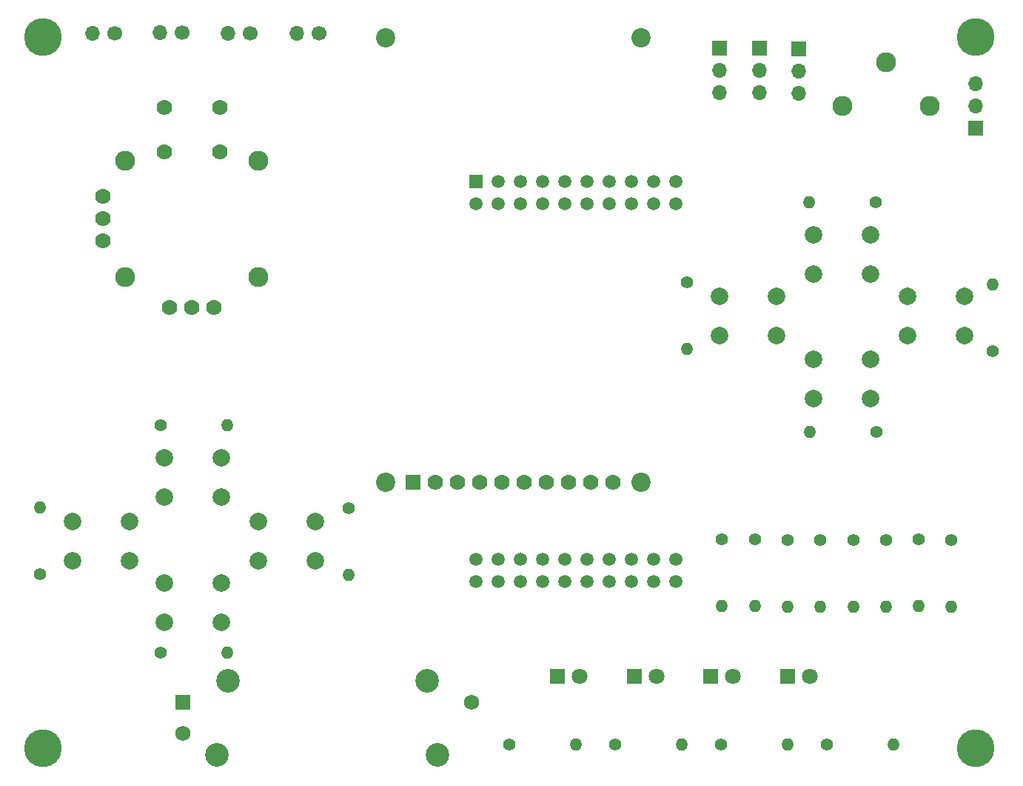
<source format=gbs>
G04 #@! TF.GenerationSoftware,KiCad,Pcbnew,9.0.0*
G04 #@! TF.CreationDate,2025-03-22T14:34:33-05:00*
G04 #@! TF.ProjectId,TMB3956,544d4233-3935-4362-9e6b-696361645f70,v1.0.1*
G04 #@! TF.SameCoordinates,Original*
G04 #@! TF.FileFunction,Soldermask,Bot*
G04 #@! TF.FilePolarity,Negative*
%FSLAX46Y46*%
G04 Gerber Fmt 4.6, Leading zero omitted, Abs format (unit mm)*
G04 Created by KiCad (PCBNEW 9.0.0) date 2025-03-22 14:34:33*
%MOMM*%
%LPD*%
G01*
G04 APERTURE LIST*
%ADD10R,1.700000X1.700000*%
%ADD11O,1.700000X1.700000*%
%ADD12C,1.778000*%
%ADD13C,2.286000*%
%ADD14C,2.000000*%
%ADD15C,2.700000*%
%ADD16R,1.750000X1.750000*%
%ADD17C,1.750000*%
%ADD18R,1.800000X1.800000*%
%ADD19C,1.800000*%
%ADD20C,4.318000*%
%ADD21C,2.200000*%
%ADD22R,1.778000X1.778000*%
%ADD23C,1.400000*%
%ADD24O,1.400000X1.400000*%
%ADD25C,1.700000*%
%ADD26R,1.520000X1.520000*%
%ADD27C,1.520000*%
G04 APERTURE END LIST*
D10*
X161250000Y-52330000D03*
D11*
X161250000Y-49790000D03*
X161250000Y-47250000D03*
D10*
X141000000Y-43225000D03*
D11*
X141000000Y-45765000D03*
X141000000Y-48305000D03*
D12*
X61470000Y-65207500D03*
X61470000Y-62667500D03*
X61470000Y-60127500D03*
X69090000Y-72827500D03*
X71630000Y-72827500D03*
X74170000Y-72827500D03*
D13*
X64010000Y-56000000D03*
X64010000Y-69335000D03*
X79250000Y-69335000D03*
X79250000Y-56000000D03*
D12*
X68455000Y-55047500D03*
X74805000Y-55047500D03*
X68455000Y-49967500D03*
X74805000Y-49967500D03*
D14*
X58000000Y-97250000D03*
X64500000Y-97250000D03*
X58000000Y-101750000D03*
X64500000Y-101750000D03*
X68500000Y-90000000D03*
X75000000Y-90000000D03*
X68500000Y-94500000D03*
X75000000Y-94500000D03*
D15*
X74500000Y-123900000D03*
X75700000Y-115500000D03*
X98500000Y-115500000D03*
X99700000Y-123900000D03*
D16*
X70600000Y-117950000D03*
D17*
X70600000Y-121450000D03*
X103600000Y-117950000D03*
D14*
X132000000Y-71500000D03*
X138500000Y-71500000D03*
X132000000Y-76000000D03*
X138500000Y-76000000D03*
X153500000Y-71500000D03*
X160000000Y-71500000D03*
X153500000Y-76000000D03*
X160000000Y-76000000D03*
D18*
X139710000Y-115000000D03*
D19*
X142250000Y-115000000D03*
D20*
X161290000Y-41910000D03*
X161290000Y-123190000D03*
X54610000Y-41910000D03*
X54610000Y-123190000D03*
D18*
X130935000Y-115000000D03*
D19*
X133475000Y-115000000D03*
D14*
X142750000Y-64500000D03*
X149250000Y-64500000D03*
X142750000Y-69000000D03*
X149250000Y-69000000D03*
X79250000Y-97250000D03*
X85750000Y-97250000D03*
X79250000Y-101750000D03*
X85750000Y-101750000D03*
D13*
X156000000Y-49750000D03*
X151000000Y-44750000D03*
X146000000Y-49750000D03*
D14*
X68500000Y-104250000D03*
X75000000Y-104250000D03*
X68500000Y-108750000D03*
X75000000Y-108750000D03*
D10*
X136500000Y-43170000D03*
D11*
X136500000Y-45710000D03*
X136500000Y-48250000D03*
D18*
X113420000Y-115000000D03*
D19*
X115960000Y-115000000D03*
D14*
X142750000Y-78750000D03*
X149250000Y-78750000D03*
X142750000Y-83250000D03*
X149250000Y-83250000D03*
D10*
X131945000Y-43170000D03*
D11*
X131945000Y-45710000D03*
X131945000Y-48250000D03*
D18*
X122185000Y-115000000D03*
D19*
X124725000Y-115000000D03*
D21*
X93750000Y-42000000D03*
X93750000Y-92800000D03*
X122960000Y-42000000D03*
X122960000Y-92800000D03*
D22*
X96925000Y-92800000D03*
D12*
X99465000Y-92800000D03*
X102005000Y-92800000D03*
X104545000Y-92800000D03*
X107085000Y-92800000D03*
X109625000Y-92800000D03*
X112165000Y-92800000D03*
X114705000Y-92800000D03*
X117245000Y-92800000D03*
X119785000Y-92800000D03*
D23*
X132250000Y-99305000D03*
D24*
X132250000Y-106925000D03*
D25*
X70525000Y-41420000D03*
D11*
X67985000Y-41420000D03*
D23*
X158500000Y-99365000D03*
D24*
X158500000Y-106985000D03*
D23*
X151000000Y-99365000D03*
D24*
X151000000Y-106985000D03*
D26*
X104140000Y-58420000D03*
D27*
X106680000Y-58420000D03*
X109220000Y-58420000D03*
X111760000Y-58420000D03*
X114300000Y-58420000D03*
X116840000Y-58420000D03*
X119380000Y-58420000D03*
X121920000Y-58420000D03*
X124460000Y-58420000D03*
X127000000Y-58420000D03*
X104140000Y-104140000D03*
X106680000Y-104140000D03*
X109220000Y-104140000D03*
X111760000Y-104140000D03*
X114300000Y-104140000D03*
X116840000Y-104140000D03*
X119380000Y-104140000D03*
X121920000Y-104140000D03*
X124460000Y-104140000D03*
X127000000Y-104140000D03*
X104140000Y-60960000D03*
X106680000Y-60960000D03*
X109220000Y-60960000D03*
X111760000Y-60960000D03*
X114300000Y-60960000D03*
X116840000Y-60960000D03*
X119380000Y-60960000D03*
X121920000Y-60960000D03*
X124460000Y-60960000D03*
X127000000Y-60960000D03*
X104140000Y-101600000D03*
X106680000Y-101600000D03*
X109220000Y-101600000D03*
X111760000Y-101600000D03*
X114300000Y-101600000D03*
X116840000Y-101600000D03*
X119380000Y-101600000D03*
X121920000Y-101600000D03*
X124460000Y-101600000D03*
X127000000Y-101600000D03*
D23*
X149810000Y-60750000D03*
D24*
X142190000Y-60750000D03*
D23*
X136000000Y-99305000D03*
D24*
X136000000Y-106925000D03*
D23*
X107940000Y-122750000D03*
D24*
X115560000Y-122750000D03*
D25*
X62775000Y-41500000D03*
D11*
X60235000Y-41500000D03*
D25*
X86141750Y-41500000D03*
D11*
X83601750Y-41500000D03*
D23*
X143500000Y-99365000D03*
D24*
X143500000Y-106985000D03*
D23*
X68000000Y-86250000D03*
D24*
X75620000Y-86250000D03*
D23*
X149870000Y-87000000D03*
D24*
X142250000Y-87000000D03*
D25*
X78260000Y-41500000D03*
D11*
X75720000Y-41500000D03*
D23*
X132120000Y-122750000D03*
D24*
X139740000Y-122750000D03*
D23*
X128250000Y-69880000D03*
D24*
X128250000Y-77500000D03*
D23*
X54250000Y-103250000D03*
D24*
X54250000Y-95630000D03*
D23*
X120000000Y-122750000D03*
D24*
X127620000Y-122750000D03*
D23*
X89500000Y-95750000D03*
D24*
X89500000Y-103370000D03*
D23*
X139750000Y-99365000D03*
D24*
X139750000Y-106985000D03*
D23*
X68000000Y-112250000D03*
D24*
X75620000Y-112250000D03*
D23*
X163195000Y-77810000D03*
D24*
X163195000Y-70190000D03*
D23*
X154750000Y-99305000D03*
D24*
X154750000Y-106925000D03*
D23*
X147250000Y-99365000D03*
D24*
X147250000Y-106985000D03*
D23*
X144250000Y-122750000D03*
D24*
X151870000Y-122750000D03*
M02*

</source>
